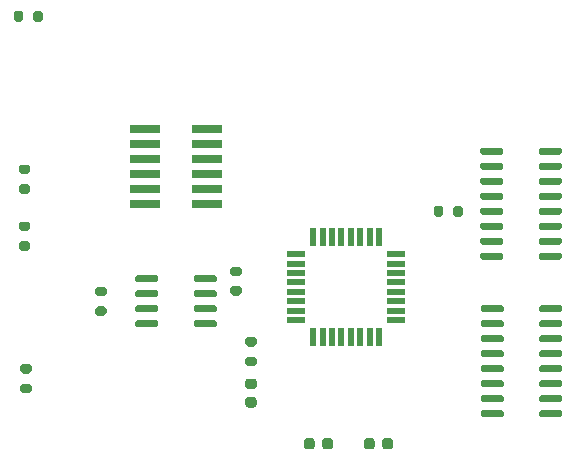
<source format=gtp>
G04 #@! TF.GenerationSoftware,KiCad,Pcbnew,(5.1.9)-1*
G04 #@! TF.CreationDate,2021-06-09T23:14:14+02:00*
G04 #@! TF.ProjectId,decoder,6465636f-6465-4722-9e6b-696361645f70,rev?*
G04 #@! TF.SameCoordinates,Original*
G04 #@! TF.FileFunction,Paste,Top*
G04 #@! TF.FilePolarity,Positive*
%FSLAX46Y46*%
G04 Gerber Fmt 4.6, Leading zero omitted, Abs format (unit mm)*
G04 Created by KiCad (PCBNEW (5.1.9)-1) date 2021-06-09 23:14:14*
%MOMM*%
%LPD*%
G01*
G04 APERTURE LIST*
%ADD10R,1.600000X0.550000*%
%ADD11R,0.550000X1.600000*%
%ADD12R,2.650000X0.760000*%
G04 APERTURE END LIST*
G36*
G01*
X154075000Y-94465000D02*
X154075000Y-94765000D01*
G75*
G02*
X153925000Y-94915000I-150000J0D01*
G01*
X152275000Y-94915000D01*
G75*
G02*
X152125000Y-94765000I0J150000D01*
G01*
X152125000Y-94465000D01*
G75*
G02*
X152275000Y-94315000I150000J0D01*
G01*
X153925000Y-94315000D01*
G75*
G02*
X154075000Y-94465000I0J-150000D01*
G01*
G37*
G36*
G01*
X154075000Y-93195000D02*
X154075000Y-93495000D01*
G75*
G02*
X153925000Y-93645000I-150000J0D01*
G01*
X152275000Y-93645000D01*
G75*
G02*
X152125000Y-93495000I0J150000D01*
G01*
X152125000Y-93195000D01*
G75*
G02*
X152275000Y-93045000I150000J0D01*
G01*
X153925000Y-93045000D01*
G75*
G02*
X154075000Y-93195000I0J-150000D01*
G01*
G37*
G36*
G01*
X154075000Y-91925000D02*
X154075000Y-92225000D01*
G75*
G02*
X153925000Y-92375000I-150000J0D01*
G01*
X152275000Y-92375000D01*
G75*
G02*
X152125000Y-92225000I0J150000D01*
G01*
X152125000Y-91925000D01*
G75*
G02*
X152275000Y-91775000I150000J0D01*
G01*
X153925000Y-91775000D01*
G75*
G02*
X154075000Y-91925000I0J-150000D01*
G01*
G37*
G36*
G01*
X154075000Y-90655000D02*
X154075000Y-90955000D01*
G75*
G02*
X153925000Y-91105000I-150000J0D01*
G01*
X152275000Y-91105000D01*
G75*
G02*
X152125000Y-90955000I0J150000D01*
G01*
X152125000Y-90655000D01*
G75*
G02*
X152275000Y-90505000I150000J0D01*
G01*
X153925000Y-90505000D01*
G75*
G02*
X154075000Y-90655000I0J-150000D01*
G01*
G37*
G36*
G01*
X154075000Y-89385000D02*
X154075000Y-89685000D01*
G75*
G02*
X153925000Y-89835000I-150000J0D01*
G01*
X152275000Y-89835000D01*
G75*
G02*
X152125000Y-89685000I0J150000D01*
G01*
X152125000Y-89385000D01*
G75*
G02*
X152275000Y-89235000I150000J0D01*
G01*
X153925000Y-89235000D01*
G75*
G02*
X154075000Y-89385000I0J-150000D01*
G01*
G37*
G36*
G01*
X154075000Y-88115000D02*
X154075000Y-88415000D01*
G75*
G02*
X153925000Y-88565000I-150000J0D01*
G01*
X152275000Y-88565000D01*
G75*
G02*
X152125000Y-88415000I0J150000D01*
G01*
X152125000Y-88115000D01*
G75*
G02*
X152275000Y-87965000I150000J0D01*
G01*
X153925000Y-87965000D01*
G75*
G02*
X154075000Y-88115000I0J-150000D01*
G01*
G37*
G36*
G01*
X154075000Y-86845000D02*
X154075000Y-87145000D01*
G75*
G02*
X153925000Y-87295000I-150000J0D01*
G01*
X152275000Y-87295000D01*
G75*
G02*
X152125000Y-87145000I0J150000D01*
G01*
X152125000Y-86845000D01*
G75*
G02*
X152275000Y-86695000I150000J0D01*
G01*
X153925000Y-86695000D01*
G75*
G02*
X154075000Y-86845000I0J-150000D01*
G01*
G37*
G36*
G01*
X154075000Y-85575000D02*
X154075000Y-85875000D01*
G75*
G02*
X153925000Y-86025000I-150000J0D01*
G01*
X152275000Y-86025000D01*
G75*
G02*
X152125000Y-85875000I0J150000D01*
G01*
X152125000Y-85575000D01*
G75*
G02*
X152275000Y-85425000I150000J0D01*
G01*
X153925000Y-85425000D01*
G75*
G02*
X154075000Y-85575000I0J-150000D01*
G01*
G37*
G36*
G01*
X159025000Y-85575000D02*
X159025000Y-85875000D01*
G75*
G02*
X158875000Y-86025000I-150000J0D01*
G01*
X157225000Y-86025000D01*
G75*
G02*
X157075000Y-85875000I0J150000D01*
G01*
X157075000Y-85575000D01*
G75*
G02*
X157225000Y-85425000I150000J0D01*
G01*
X158875000Y-85425000D01*
G75*
G02*
X159025000Y-85575000I0J-150000D01*
G01*
G37*
G36*
G01*
X159025000Y-86845000D02*
X159025000Y-87145000D01*
G75*
G02*
X158875000Y-87295000I-150000J0D01*
G01*
X157225000Y-87295000D01*
G75*
G02*
X157075000Y-87145000I0J150000D01*
G01*
X157075000Y-86845000D01*
G75*
G02*
X157225000Y-86695000I150000J0D01*
G01*
X158875000Y-86695000D01*
G75*
G02*
X159025000Y-86845000I0J-150000D01*
G01*
G37*
G36*
G01*
X159025000Y-88115000D02*
X159025000Y-88415000D01*
G75*
G02*
X158875000Y-88565000I-150000J0D01*
G01*
X157225000Y-88565000D01*
G75*
G02*
X157075000Y-88415000I0J150000D01*
G01*
X157075000Y-88115000D01*
G75*
G02*
X157225000Y-87965000I150000J0D01*
G01*
X158875000Y-87965000D01*
G75*
G02*
X159025000Y-88115000I0J-150000D01*
G01*
G37*
G36*
G01*
X159025000Y-89385000D02*
X159025000Y-89685000D01*
G75*
G02*
X158875000Y-89835000I-150000J0D01*
G01*
X157225000Y-89835000D01*
G75*
G02*
X157075000Y-89685000I0J150000D01*
G01*
X157075000Y-89385000D01*
G75*
G02*
X157225000Y-89235000I150000J0D01*
G01*
X158875000Y-89235000D01*
G75*
G02*
X159025000Y-89385000I0J-150000D01*
G01*
G37*
G36*
G01*
X159025000Y-90655000D02*
X159025000Y-90955000D01*
G75*
G02*
X158875000Y-91105000I-150000J0D01*
G01*
X157225000Y-91105000D01*
G75*
G02*
X157075000Y-90955000I0J150000D01*
G01*
X157075000Y-90655000D01*
G75*
G02*
X157225000Y-90505000I150000J0D01*
G01*
X158875000Y-90505000D01*
G75*
G02*
X159025000Y-90655000I0J-150000D01*
G01*
G37*
G36*
G01*
X159025000Y-91925000D02*
X159025000Y-92225000D01*
G75*
G02*
X158875000Y-92375000I-150000J0D01*
G01*
X157225000Y-92375000D01*
G75*
G02*
X157075000Y-92225000I0J150000D01*
G01*
X157075000Y-91925000D01*
G75*
G02*
X157225000Y-91775000I150000J0D01*
G01*
X158875000Y-91775000D01*
G75*
G02*
X159025000Y-91925000I0J-150000D01*
G01*
G37*
G36*
G01*
X159025000Y-93195000D02*
X159025000Y-93495000D01*
G75*
G02*
X158875000Y-93645000I-150000J0D01*
G01*
X157225000Y-93645000D01*
G75*
G02*
X157075000Y-93495000I0J150000D01*
G01*
X157075000Y-93195000D01*
G75*
G02*
X157225000Y-93045000I150000J0D01*
G01*
X158875000Y-93045000D01*
G75*
G02*
X159025000Y-93195000I0J-150000D01*
G01*
G37*
G36*
G01*
X159025000Y-94465000D02*
X159025000Y-94765000D01*
G75*
G02*
X158875000Y-94915000I-150000J0D01*
G01*
X157225000Y-94915000D01*
G75*
G02*
X157075000Y-94765000I0J150000D01*
G01*
X157075000Y-94465000D01*
G75*
G02*
X157225000Y-94315000I150000J0D01*
G01*
X158875000Y-94315000D01*
G75*
G02*
X159025000Y-94465000I0J-150000D01*
G01*
G37*
G36*
G01*
X124865000Y-100180000D02*
X124865000Y-100480000D01*
G75*
G02*
X124715000Y-100630000I-150000J0D01*
G01*
X123065000Y-100630000D01*
G75*
G02*
X122915000Y-100480000I0J150000D01*
G01*
X122915000Y-100180000D01*
G75*
G02*
X123065000Y-100030000I150000J0D01*
G01*
X124715000Y-100030000D01*
G75*
G02*
X124865000Y-100180000I0J-150000D01*
G01*
G37*
G36*
G01*
X124865000Y-98910000D02*
X124865000Y-99210000D01*
G75*
G02*
X124715000Y-99360000I-150000J0D01*
G01*
X123065000Y-99360000D01*
G75*
G02*
X122915000Y-99210000I0J150000D01*
G01*
X122915000Y-98910000D01*
G75*
G02*
X123065000Y-98760000I150000J0D01*
G01*
X124715000Y-98760000D01*
G75*
G02*
X124865000Y-98910000I0J-150000D01*
G01*
G37*
G36*
G01*
X124865000Y-97640000D02*
X124865000Y-97940000D01*
G75*
G02*
X124715000Y-98090000I-150000J0D01*
G01*
X123065000Y-98090000D01*
G75*
G02*
X122915000Y-97940000I0J150000D01*
G01*
X122915000Y-97640000D01*
G75*
G02*
X123065000Y-97490000I150000J0D01*
G01*
X124715000Y-97490000D01*
G75*
G02*
X124865000Y-97640000I0J-150000D01*
G01*
G37*
G36*
G01*
X124865000Y-96370000D02*
X124865000Y-96670000D01*
G75*
G02*
X124715000Y-96820000I-150000J0D01*
G01*
X123065000Y-96820000D01*
G75*
G02*
X122915000Y-96670000I0J150000D01*
G01*
X122915000Y-96370000D01*
G75*
G02*
X123065000Y-96220000I150000J0D01*
G01*
X124715000Y-96220000D01*
G75*
G02*
X124865000Y-96370000I0J-150000D01*
G01*
G37*
G36*
G01*
X129815000Y-96370000D02*
X129815000Y-96670000D01*
G75*
G02*
X129665000Y-96820000I-150000J0D01*
G01*
X128015000Y-96820000D01*
G75*
G02*
X127865000Y-96670000I0J150000D01*
G01*
X127865000Y-96370000D01*
G75*
G02*
X128015000Y-96220000I150000J0D01*
G01*
X129665000Y-96220000D01*
G75*
G02*
X129815000Y-96370000I0J-150000D01*
G01*
G37*
G36*
G01*
X129815000Y-97640000D02*
X129815000Y-97940000D01*
G75*
G02*
X129665000Y-98090000I-150000J0D01*
G01*
X128015000Y-98090000D01*
G75*
G02*
X127865000Y-97940000I0J150000D01*
G01*
X127865000Y-97640000D01*
G75*
G02*
X128015000Y-97490000I150000J0D01*
G01*
X129665000Y-97490000D01*
G75*
G02*
X129815000Y-97640000I0J-150000D01*
G01*
G37*
G36*
G01*
X129815000Y-98910000D02*
X129815000Y-99210000D01*
G75*
G02*
X129665000Y-99360000I-150000J0D01*
G01*
X128015000Y-99360000D01*
G75*
G02*
X127865000Y-99210000I0J150000D01*
G01*
X127865000Y-98910000D01*
G75*
G02*
X128015000Y-98760000I150000J0D01*
G01*
X129665000Y-98760000D01*
G75*
G02*
X129815000Y-98910000I0J-150000D01*
G01*
G37*
G36*
G01*
X129815000Y-100180000D02*
X129815000Y-100480000D01*
G75*
G02*
X129665000Y-100630000I-150000J0D01*
G01*
X128015000Y-100630000D01*
G75*
G02*
X127865000Y-100480000I0J150000D01*
G01*
X127865000Y-100180000D01*
G75*
G02*
X128015000Y-100030000I150000J0D01*
G01*
X129665000Y-100030000D01*
G75*
G02*
X129815000Y-100180000I0J-150000D01*
G01*
G37*
G36*
G01*
X154110000Y-107800000D02*
X154110000Y-108100000D01*
G75*
G02*
X153960000Y-108250000I-150000J0D01*
G01*
X152310000Y-108250000D01*
G75*
G02*
X152160000Y-108100000I0J150000D01*
G01*
X152160000Y-107800000D01*
G75*
G02*
X152310000Y-107650000I150000J0D01*
G01*
X153960000Y-107650000D01*
G75*
G02*
X154110000Y-107800000I0J-150000D01*
G01*
G37*
G36*
G01*
X154110000Y-106530000D02*
X154110000Y-106830000D01*
G75*
G02*
X153960000Y-106980000I-150000J0D01*
G01*
X152310000Y-106980000D01*
G75*
G02*
X152160000Y-106830000I0J150000D01*
G01*
X152160000Y-106530000D01*
G75*
G02*
X152310000Y-106380000I150000J0D01*
G01*
X153960000Y-106380000D01*
G75*
G02*
X154110000Y-106530000I0J-150000D01*
G01*
G37*
G36*
G01*
X154110000Y-105260000D02*
X154110000Y-105560000D01*
G75*
G02*
X153960000Y-105710000I-150000J0D01*
G01*
X152310000Y-105710000D01*
G75*
G02*
X152160000Y-105560000I0J150000D01*
G01*
X152160000Y-105260000D01*
G75*
G02*
X152310000Y-105110000I150000J0D01*
G01*
X153960000Y-105110000D01*
G75*
G02*
X154110000Y-105260000I0J-150000D01*
G01*
G37*
G36*
G01*
X154110000Y-103990000D02*
X154110000Y-104290000D01*
G75*
G02*
X153960000Y-104440000I-150000J0D01*
G01*
X152310000Y-104440000D01*
G75*
G02*
X152160000Y-104290000I0J150000D01*
G01*
X152160000Y-103990000D01*
G75*
G02*
X152310000Y-103840000I150000J0D01*
G01*
X153960000Y-103840000D01*
G75*
G02*
X154110000Y-103990000I0J-150000D01*
G01*
G37*
G36*
G01*
X154110000Y-102720000D02*
X154110000Y-103020000D01*
G75*
G02*
X153960000Y-103170000I-150000J0D01*
G01*
X152310000Y-103170000D01*
G75*
G02*
X152160000Y-103020000I0J150000D01*
G01*
X152160000Y-102720000D01*
G75*
G02*
X152310000Y-102570000I150000J0D01*
G01*
X153960000Y-102570000D01*
G75*
G02*
X154110000Y-102720000I0J-150000D01*
G01*
G37*
G36*
G01*
X154110000Y-101450000D02*
X154110000Y-101750000D01*
G75*
G02*
X153960000Y-101900000I-150000J0D01*
G01*
X152310000Y-101900000D01*
G75*
G02*
X152160000Y-101750000I0J150000D01*
G01*
X152160000Y-101450000D01*
G75*
G02*
X152310000Y-101300000I150000J0D01*
G01*
X153960000Y-101300000D01*
G75*
G02*
X154110000Y-101450000I0J-150000D01*
G01*
G37*
G36*
G01*
X154110000Y-100180000D02*
X154110000Y-100480000D01*
G75*
G02*
X153960000Y-100630000I-150000J0D01*
G01*
X152310000Y-100630000D01*
G75*
G02*
X152160000Y-100480000I0J150000D01*
G01*
X152160000Y-100180000D01*
G75*
G02*
X152310000Y-100030000I150000J0D01*
G01*
X153960000Y-100030000D01*
G75*
G02*
X154110000Y-100180000I0J-150000D01*
G01*
G37*
G36*
G01*
X154110000Y-98910000D02*
X154110000Y-99210000D01*
G75*
G02*
X153960000Y-99360000I-150000J0D01*
G01*
X152310000Y-99360000D01*
G75*
G02*
X152160000Y-99210000I0J150000D01*
G01*
X152160000Y-98910000D01*
G75*
G02*
X152310000Y-98760000I150000J0D01*
G01*
X153960000Y-98760000D01*
G75*
G02*
X154110000Y-98910000I0J-150000D01*
G01*
G37*
G36*
G01*
X159060000Y-98910000D02*
X159060000Y-99210000D01*
G75*
G02*
X158910000Y-99360000I-150000J0D01*
G01*
X157260000Y-99360000D01*
G75*
G02*
X157110000Y-99210000I0J150000D01*
G01*
X157110000Y-98910000D01*
G75*
G02*
X157260000Y-98760000I150000J0D01*
G01*
X158910000Y-98760000D01*
G75*
G02*
X159060000Y-98910000I0J-150000D01*
G01*
G37*
G36*
G01*
X159060000Y-100180000D02*
X159060000Y-100480000D01*
G75*
G02*
X158910000Y-100630000I-150000J0D01*
G01*
X157260000Y-100630000D01*
G75*
G02*
X157110000Y-100480000I0J150000D01*
G01*
X157110000Y-100180000D01*
G75*
G02*
X157260000Y-100030000I150000J0D01*
G01*
X158910000Y-100030000D01*
G75*
G02*
X159060000Y-100180000I0J-150000D01*
G01*
G37*
G36*
G01*
X159060000Y-101450000D02*
X159060000Y-101750000D01*
G75*
G02*
X158910000Y-101900000I-150000J0D01*
G01*
X157260000Y-101900000D01*
G75*
G02*
X157110000Y-101750000I0J150000D01*
G01*
X157110000Y-101450000D01*
G75*
G02*
X157260000Y-101300000I150000J0D01*
G01*
X158910000Y-101300000D01*
G75*
G02*
X159060000Y-101450000I0J-150000D01*
G01*
G37*
G36*
G01*
X159060000Y-102720000D02*
X159060000Y-103020000D01*
G75*
G02*
X158910000Y-103170000I-150000J0D01*
G01*
X157260000Y-103170000D01*
G75*
G02*
X157110000Y-103020000I0J150000D01*
G01*
X157110000Y-102720000D01*
G75*
G02*
X157260000Y-102570000I150000J0D01*
G01*
X158910000Y-102570000D01*
G75*
G02*
X159060000Y-102720000I0J-150000D01*
G01*
G37*
G36*
G01*
X159060000Y-103990000D02*
X159060000Y-104290000D01*
G75*
G02*
X158910000Y-104440000I-150000J0D01*
G01*
X157260000Y-104440000D01*
G75*
G02*
X157110000Y-104290000I0J150000D01*
G01*
X157110000Y-103990000D01*
G75*
G02*
X157260000Y-103840000I150000J0D01*
G01*
X158910000Y-103840000D01*
G75*
G02*
X159060000Y-103990000I0J-150000D01*
G01*
G37*
G36*
G01*
X159060000Y-105260000D02*
X159060000Y-105560000D01*
G75*
G02*
X158910000Y-105710000I-150000J0D01*
G01*
X157260000Y-105710000D01*
G75*
G02*
X157110000Y-105560000I0J150000D01*
G01*
X157110000Y-105260000D01*
G75*
G02*
X157260000Y-105110000I150000J0D01*
G01*
X158910000Y-105110000D01*
G75*
G02*
X159060000Y-105260000I0J-150000D01*
G01*
G37*
G36*
G01*
X159060000Y-106530000D02*
X159060000Y-106830000D01*
G75*
G02*
X158910000Y-106980000I-150000J0D01*
G01*
X157260000Y-106980000D01*
G75*
G02*
X157110000Y-106830000I0J150000D01*
G01*
X157110000Y-106530000D01*
G75*
G02*
X157260000Y-106380000I150000J0D01*
G01*
X158910000Y-106380000D01*
G75*
G02*
X159060000Y-106530000I0J-150000D01*
G01*
G37*
G36*
G01*
X159060000Y-107800000D02*
X159060000Y-108100000D01*
G75*
G02*
X158910000Y-108250000I-150000J0D01*
G01*
X157260000Y-108250000D01*
G75*
G02*
X157110000Y-108100000I0J150000D01*
G01*
X157110000Y-107800000D01*
G75*
G02*
X157260000Y-107650000I150000J0D01*
G01*
X158910000Y-107650000D01*
G75*
G02*
X159060000Y-107800000I0J-150000D01*
G01*
G37*
G36*
G01*
X113813000Y-87649000D02*
X113263000Y-87649000D01*
G75*
G02*
X113063000Y-87449000I0J200000D01*
G01*
X113063000Y-87049000D01*
G75*
G02*
X113263000Y-86849000I200000J0D01*
G01*
X113813000Y-86849000D01*
G75*
G02*
X114013000Y-87049000I0J-200000D01*
G01*
X114013000Y-87449000D01*
G75*
G02*
X113813000Y-87649000I-200000J0D01*
G01*
G37*
G36*
G01*
X113813000Y-89299000D02*
X113263000Y-89299000D01*
G75*
G02*
X113063000Y-89099000I0J200000D01*
G01*
X113063000Y-88699000D01*
G75*
G02*
X113263000Y-88499000I200000J0D01*
G01*
X113813000Y-88499000D01*
G75*
G02*
X114013000Y-88699000I0J-200000D01*
G01*
X114013000Y-89099000D01*
G75*
G02*
X113813000Y-89299000I-200000J0D01*
G01*
G37*
G36*
G01*
X113430000Y-74020000D02*
X113430000Y-74570000D01*
G75*
G02*
X113230000Y-74770000I-200000J0D01*
G01*
X112830000Y-74770000D01*
G75*
G02*
X112630000Y-74570000I0J200000D01*
G01*
X112630000Y-74020000D01*
G75*
G02*
X112830000Y-73820000I200000J0D01*
G01*
X113230000Y-73820000D01*
G75*
G02*
X113430000Y-74020000I0J-200000D01*
G01*
G37*
G36*
G01*
X115080000Y-74020000D02*
X115080000Y-74570000D01*
G75*
G02*
X114880000Y-74770000I-200000J0D01*
G01*
X114480000Y-74770000D01*
G75*
G02*
X114280000Y-74570000I0J200000D01*
G01*
X114280000Y-74020000D01*
G75*
G02*
X114480000Y-73820000I200000J0D01*
G01*
X114880000Y-73820000D01*
G75*
G02*
X115080000Y-74020000I0J-200000D01*
G01*
G37*
G36*
G01*
X113390000Y-105390000D02*
X113940000Y-105390000D01*
G75*
G02*
X114140000Y-105590000I0J-200000D01*
G01*
X114140000Y-105990000D01*
G75*
G02*
X113940000Y-106190000I-200000J0D01*
G01*
X113390000Y-106190000D01*
G75*
G02*
X113190000Y-105990000I0J200000D01*
G01*
X113190000Y-105590000D01*
G75*
G02*
X113390000Y-105390000I200000J0D01*
G01*
G37*
G36*
G01*
X113390000Y-103740000D02*
X113940000Y-103740000D01*
G75*
G02*
X114140000Y-103940000I0J-200000D01*
G01*
X114140000Y-104340000D01*
G75*
G02*
X113940000Y-104540000I-200000J0D01*
G01*
X113390000Y-104540000D01*
G75*
G02*
X113190000Y-104340000I0J200000D01*
G01*
X113190000Y-103940000D01*
G75*
G02*
X113390000Y-103740000I200000J0D01*
G01*
G37*
G36*
G01*
X113263000Y-93325000D02*
X113813000Y-93325000D01*
G75*
G02*
X114013000Y-93525000I0J-200000D01*
G01*
X114013000Y-93925000D01*
G75*
G02*
X113813000Y-94125000I-200000J0D01*
G01*
X113263000Y-94125000D01*
G75*
G02*
X113063000Y-93925000I0J200000D01*
G01*
X113063000Y-93525000D01*
G75*
G02*
X113263000Y-93325000I200000J0D01*
G01*
G37*
G36*
G01*
X113263000Y-91675000D02*
X113813000Y-91675000D01*
G75*
G02*
X114013000Y-91875000I0J-200000D01*
G01*
X114013000Y-92275000D01*
G75*
G02*
X113813000Y-92475000I-200000J0D01*
G01*
X113263000Y-92475000D01*
G75*
G02*
X113063000Y-92275000I0J200000D01*
G01*
X113063000Y-91875000D01*
G75*
G02*
X113263000Y-91675000I200000J0D01*
G01*
G37*
D10*
X136525000Y-100025000D03*
X136525000Y-99225000D03*
X136525000Y-98425000D03*
X136525000Y-97625000D03*
X136525000Y-96825000D03*
X136525000Y-96025000D03*
X136525000Y-95225000D03*
X136525000Y-94425000D03*
D11*
X137975000Y-92975000D03*
X138775000Y-92975000D03*
X139575000Y-92975000D03*
X140375000Y-92975000D03*
X141175000Y-92975000D03*
X141975000Y-92975000D03*
X142775000Y-92975000D03*
X143575000Y-92975000D03*
D10*
X145025000Y-94425000D03*
X145025000Y-95225000D03*
X145025000Y-96025000D03*
X145025000Y-96825000D03*
X145025000Y-97625000D03*
X145025000Y-98425000D03*
X145025000Y-99225000D03*
X145025000Y-100025000D03*
D11*
X143575000Y-101475000D03*
X142775000Y-101475000D03*
X141975000Y-101475000D03*
X141175000Y-101475000D03*
X140375000Y-101475000D03*
X139575000Y-101475000D03*
X138775000Y-101475000D03*
X137975000Y-101475000D03*
D12*
X128990000Y-83820000D03*
X123740000Y-90170000D03*
X128990000Y-85090000D03*
X123740000Y-88900000D03*
X128990000Y-86360000D03*
X123740000Y-87630000D03*
X128990000Y-87630000D03*
X123740000Y-86360000D03*
X128990000Y-88900000D03*
X123740000Y-85090000D03*
X128990000Y-90170000D03*
X123740000Y-83820000D03*
G36*
G01*
X132990000Y-102255000D02*
X132440000Y-102255000D01*
G75*
G02*
X132240000Y-102055000I0J200000D01*
G01*
X132240000Y-101655000D01*
G75*
G02*
X132440000Y-101455000I200000J0D01*
G01*
X132990000Y-101455000D01*
G75*
G02*
X133190000Y-101655000I0J-200000D01*
G01*
X133190000Y-102055000D01*
G75*
G02*
X132990000Y-102255000I-200000J0D01*
G01*
G37*
G36*
G01*
X132990000Y-103905000D02*
X132440000Y-103905000D01*
G75*
G02*
X132240000Y-103705000I0J200000D01*
G01*
X132240000Y-103305000D01*
G75*
G02*
X132440000Y-103105000I200000J0D01*
G01*
X132990000Y-103105000D01*
G75*
G02*
X133190000Y-103305000I0J-200000D01*
G01*
X133190000Y-103705000D01*
G75*
G02*
X132990000Y-103905000I-200000J0D01*
G01*
G37*
G36*
G01*
X132971250Y-105847500D02*
X132458750Y-105847500D01*
G75*
G02*
X132240000Y-105628750I0J218750D01*
G01*
X132240000Y-105191250D01*
G75*
G02*
X132458750Y-104972500I218750J0D01*
G01*
X132971250Y-104972500D01*
G75*
G02*
X133190000Y-105191250I0J-218750D01*
G01*
X133190000Y-105628750D01*
G75*
G02*
X132971250Y-105847500I-218750J0D01*
G01*
G37*
G36*
G01*
X132971250Y-107422500D02*
X132458750Y-107422500D01*
G75*
G02*
X132240000Y-107203750I0J218750D01*
G01*
X132240000Y-106766250D01*
G75*
G02*
X132458750Y-106547500I218750J0D01*
G01*
X132971250Y-106547500D01*
G75*
G02*
X133190000Y-106766250I0J-218750D01*
G01*
X133190000Y-107203750D01*
G75*
G02*
X132971250Y-107422500I-218750J0D01*
G01*
G37*
G36*
G01*
X131720000Y-96285000D02*
X131170000Y-96285000D01*
G75*
G02*
X130970000Y-96085000I0J200000D01*
G01*
X130970000Y-95685000D01*
G75*
G02*
X131170000Y-95485000I200000J0D01*
G01*
X131720000Y-95485000D01*
G75*
G02*
X131920000Y-95685000I0J-200000D01*
G01*
X131920000Y-96085000D01*
G75*
G02*
X131720000Y-96285000I-200000J0D01*
G01*
G37*
G36*
G01*
X131720000Y-97935000D02*
X131170000Y-97935000D01*
G75*
G02*
X130970000Y-97735000I0J200000D01*
G01*
X130970000Y-97335000D01*
G75*
G02*
X131170000Y-97135000I200000J0D01*
G01*
X131720000Y-97135000D01*
G75*
G02*
X131920000Y-97335000I0J-200000D01*
G01*
X131920000Y-97735000D01*
G75*
G02*
X131720000Y-97935000I-200000J0D01*
G01*
G37*
G36*
G01*
X120290000Y-98000000D02*
X119740000Y-98000000D01*
G75*
G02*
X119540000Y-97800000I0J200000D01*
G01*
X119540000Y-97400000D01*
G75*
G02*
X119740000Y-97200000I200000J0D01*
G01*
X120290000Y-97200000D01*
G75*
G02*
X120490000Y-97400000I0J-200000D01*
G01*
X120490000Y-97800000D01*
G75*
G02*
X120290000Y-98000000I-200000J0D01*
G01*
G37*
G36*
G01*
X120290000Y-99650000D02*
X119740000Y-99650000D01*
G75*
G02*
X119540000Y-99450000I0J200000D01*
G01*
X119540000Y-99050000D01*
G75*
G02*
X119740000Y-98850000I200000J0D01*
G01*
X120290000Y-98850000D01*
G75*
G02*
X120490000Y-99050000I0J-200000D01*
G01*
X120490000Y-99450000D01*
G75*
G02*
X120290000Y-99650000I-200000J0D01*
G01*
G37*
G36*
G01*
X149840000Y-91080000D02*
X149840000Y-90530000D01*
G75*
G02*
X150040000Y-90330000I200000J0D01*
G01*
X150440000Y-90330000D01*
G75*
G02*
X150640000Y-90530000I0J-200000D01*
G01*
X150640000Y-91080000D01*
G75*
G02*
X150440000Y-91280000I-200000J0D01*
G01*
X150040000Y-91280000D01*
G75*
G02*
X149840000Y-91080000I0J200000D01*
G01*
G37*
G36*
G01*
X148190000Y-91080000D02*
X148190000Y-90530000D01*
G75*
G02*
X148390000Y-90330000I200000J0D01*
G01*
X148790000Y-90330000D01*
G75*
G02*
X148990000Y-90530000I0J-200000D01*
G01*
X148990000Y-91080000D01*
G75*
G02*
X148790000Y-91280000I-200000J0D01*
G01*
X148390000Y-91280000D01*
G75*
G02*
X148190000Y-91080000I0J200000D01*
G01*
G37*
G36*
G01*
X143835000Y-110740000D02*
X143835000Y-110240000D01*
G75*
G02*
X144060000Y-110015000I225000J0D01*
G01*
X144510000Y-110015000D01*
G75*
G02*
X144735000Y-110240000I0J-225000D01*
G01*
X144735000Y-110740000D01*
G75*
G02*
X144510000Y-110965000I-225000J0D01*
G01*
X144060000Y-110965000D01*
G75*
G02*
X143835000Y-110740000I0J225000D01*
G01*
G37*
G36*
G01*
X142285000Y-110740000D02*
X142285000Y-110240000D01*
G75*
G02*
X142510000Y-110015000I225000J0D01*
G01*
X142960000Y-110015000D01*
G75*
G02*
X143185000Y-110240000I0J-225000D01*
G01*
X143185000Y-110740000D01*
G75*
G02*
X142960000Y-110965000I-225000J0D01*
G01*
X142510000Y-110965000D01*
G75*
G02*
X142285000Y-110740000I0J225000D01*
G01*
G37*
G36*
G01*
X138755000Y-110740000D02*
X138755000Y-110240000D01*
G75*
G02*
X138980000Y-110015000I225000J0D01*
G01*
X139430000Y-110015000D01*
G75*
G02*
X139655000Y-110240000I0J-225000D01*
G01*
X139655000Y-110740000D01*
G75*
G02*
X139430000Y-110965000I-225000J0D01*
G01*
X138980000Y-110965000D01*
G75*
G02*
X138755000Y-110740000I0J225000D01*
G01*
G37*
G36*
G01*
X137205000Y-110740000D02*
X137205000Y-110240000D01*
G75*
G02*
X137430000Y-110015000I225000J0D01*
G01*
X137880000Y-110015000D01*
G75*
G02*
X138105000Y-110240000I0J-225000D01*
G01*
X138105000Y-110740000D01*
G75*
G02*
X137880000Y-110965000I-225000J0D01*
G01*
X137430000Y-110965000D01*
G75*
G02*
X137205000Y-110740000I0J225000D01*
G01*
G37*
M02*

</source>
